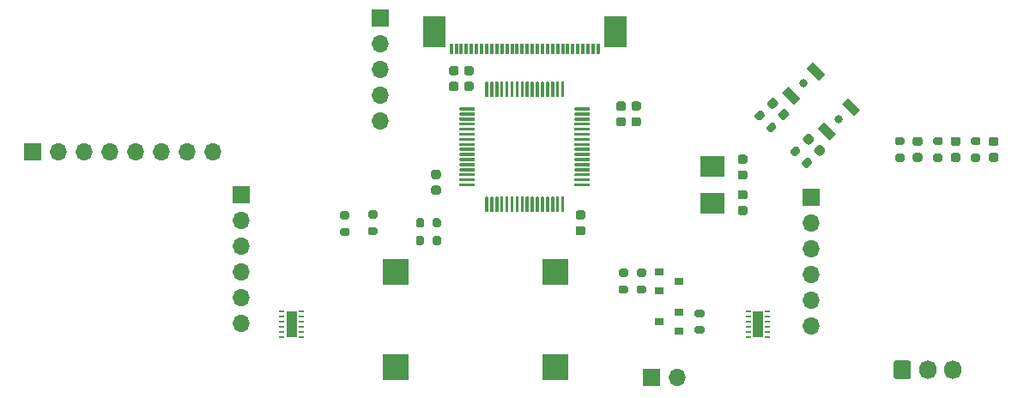
<source format=gbr>
%TF.GenerationSoftware,KiCad,Pcbnew,(5.1.7)-1*%
%TF.CreationDate,2021-05-03T22:06:55+02:00*%
%TF.ProjectId,Kaszmir,4b61737a-6d69-4722-9e6b-696361645f70,rev?*%
%TF.SameCoordinates,Original*%
%TF.FileFunction,Soldermask,Top*%
%TF.FilePolarity,Negative*%
%FSLAX46Y46*%
G04 Gerber Fmt 4.6, Leading zero omitted, Abs format (unit mm)*
G04 Created by KiCad (PCBNEW (5.1.7)-1) date 2021-05-03 22:06:55*
%MOMM*%
%LPD*%
G01*
G04 APERTURE LIST*
%ADD10O,1.700000X1.850000*%
%ADD11R,1.000000X2.650000*%
%ADD12R,0.500000X0.250000*%
%ADD13O,1.700000X1.700000*%
%ADD14R,1.700000X1.700000*%
%ADD15R,2.400000X2.000000*%
%ADD16C,0.800000*%
%ADD17C,0.150000*%
%ADD18R,0.900000X0.800000*%
%ADD19R,2.300000X3.100000*%
%ADD20R,0.300000X1.100000*%
%ADD21R,2.540000X2.540000*%
G04 APERTURE END LIST*
D10*
%TO.C,SW1*%
X138250000Y-161500000D03*
X135750000Y-161500000D03*
G36*
G01*
X132400000Y-162175000D02*
X132400000Y-160825000D01*
G75*
G02*
X132650000Y-160575000I250000J0D01*
G01*
X133850000Y-160575000D01*
G75*
G02*
X134100000Y-160825000I0J-250000D01*
G01*
X134100000Y-162175000D01*
G75*
G02*
X133850000Y-162425000I-250000J0D01*
G01*
X132650000Y-162425000D01*
G75*
G02*
X132400000Y-162175000I0J250000D01*
G01*
G37*
%TD*%
%TO.C,C12*%
G36*
G01*
X106750000Y-136575000D02*
X107250000Y-136575000D01*
G75*
G02*
X107475000Y-136800000I0J-225000D01*
G01*
X107475000Y-137250000D01*
G75*
G02*
X107250000Y-137475000I-225000J0D01*
G01*
X106750000Y-137475000D01*
G75*
G02*
X106525000Y-137250000I0J225000D01*
G01*
X106525000Y-136800000D01*
G75*
G02*
X106750000Y-136575000I225000J0D01*
G01*
G37*
G36*
G01*
X106750000Y-135025000D02*
X107250000Y-135025000D01*
G75*
G02*
X107475000Y-135250000I0J-225000D01*
G01*
X107475000Y-135700000D01*
G75*
G02*
X107250000Y-135925000I-225000J0D01*
G01*
X106750000Y-135925000D01*
G75*
G02*
X106525000Y-135700000I0J225000D01*
G01*
X106525000Y-135250000D01*
G75*
G02*
X106750000Y-135025000I225000J0D01*
G01*
G37*
%TD*%
%TO.C,C11*%
G36*
G01*
X105250000Y-136575000D02*
X105750000Y-136575000D01*
G75*
G02*
X105975000Y-136800000I0J-225000D01*
G01*
X105975000Y-137250000D01*
G75*
G02*
X105750000Y-137475000I-225000J0D01*
G01*
X105250000Y-137475000D01*
G75*
G02*
X105025000Y-137250000I0J225000D01*
G01*
X105025000Y-136800000D01*
G75*
G02*
X105250000Y-136575000I225000J0D01*
G01*
G37*
G36*
G01*
X105250000Y-135025000D02*
X105750000Y-135025000D01*
G75*
G02*
X105975000Y-135250000I0J-225000D01*
G01*
X105975000Y-135700000D01*
G75*
G02*
X105750000Y-135925000I-225000J0D01*
G01*
X105250000Y-135925000D01*
G75*
G02*
X105025000Y-135700000I0J225000D01*
G01*
X105025000Y-135250000D01*
G75*
G02*
X105250000Y-135025000I225000J0D01*
G01*
G37*
%TD*%
%TO.C,C9*%
G36*
G01*
X101250000Y-147325000D02*
X101750000Y-147325000D01*
G75*
G02*
X101975000Y-147550000I0J-225000D01*
G01*
X101975000Y-148000000D01*
G75*
G02*
X101750000Y-148225000I-225000J0D01*
G01*
X101250000Y-148225000D01*
G75*
G02*
X101025000Y-148000000I0J225000D01*
G01*
X101025000Y-147550000D01*
G75*
G02*
X101250000Y-147325000I225000J0D01*
G01*
G37*
G36*
G01*
X101250000Y-145775000D02*
X101750000Y-145775000D01*
G75*
G02*
X101975000Y-146000000I0J-225000D01*
G01*
X101975000Y-146450000D01*
G75*
G02*
X101750000Y-146675000I-225000J0D01*
G01*
X101250000Y-146675000D01*
G75*
G02*
X101025000Y-146450000I0J225000D01*
G01*
X101025000Y-146000000D01*
G75*
G02*
X101250000Y-145775000I225000J0D01*
G01*
G37*
%TD*%
%TO.C,C8*%
G36*
G01*
X90750000Y-132425000D02*
X90250000Y-132425000D01*
G75*
G02*
X90025000Y-132200000I0J225000D01*
G01*
X90025000Y-131750000D01*
G75*
G02*
X90250000Y-131525000I225000J0D01*
G01*
X90750000Y-131525000D01*
G75*
G02*
X90975000Y-131750000I0J-225000D01*
G01*
X90975000Y-132200000D01*
G75*
G02*
X90750000Y-132425000I-225000J0D01*
G01*
G37*
G36*
G01*
X90750000Y-133975000D02*
X90250000Y-133975000D01*
G75*
G02*
X90025000Y-133750000I0J225000D01*
G01*
X90025000Y-133300000D01*
G75*
G02*
X90250000Y-133075000I225000J0D01*
G01*
X90750000Y-133075000D01*
G75*
G02*
X90975000Y-133300000I0J-225000D01*
G01*
X90975000Y-133750000D01*
G75*
G02*
X90750000Y-133975000I-225000J0D01*
G01*
G37*
%TD*%
%TO.C,C7*%
G36*
G01*
X87500000Y-142675000D02*
X87000000Y-142675000D01*
G75*
G02*
X86775000Y-142450000I0J225000D01*
G01*
X86775000Y-142000000D01*
G75*
G02*
X87000000Y-141775000I225000J0D01*
G01*
X87500000Y-141775000D01*
G75*
G02*
X87725000Y-142000000I0J-225000D01*
G01*
X87725000Y-142450000D01*
G75*
G02*
X87500000Y-142675000I-225000J0D01*
G01*
G37*
G36*
G01*
X87500000Y-144225000D02*
X87000000Y-144225000D01*
G75*
G02*
X86775000Y-144000000I0J225000D01*
G01*
X86775000Y-143550000D01*
G75*
G02*
X87000000Y-143325000I225000J0D01*
G01*
X87500000Y-143325000D01*
G75*
G02*
X87725000Y-143550000I0J-225000D01*
G01*
X87725000Y-144000000D01*
G75*
G02*
X87500000Y-144225000I-225000J0D01*
G01*
G37*
%TD*%
%TO.C,C13*%
G36*
G01*
X89250000Y-132425000D02*
X88750000Y-132425000D01*
G75*
G02*
X88525000Y-132200000I0J225000D01*
G01*
X88525000Y-131750000D01*
G75*
G02*
X88750000Y-131525000I225000J0D01*
G01*
X89250000Y-131525000D01*
G75*
G02*
X89475000Y-131750000I0J-225000D01*
G01*
X89475000Y-132200000D01*
G75*
G02*
X89250000Y-132425000I-225000J0D01*
G01*
G37*
G36*
G01*
X89250000Y-133975000D02*
X88750000Y-133975000D01*
G75*
G02*
X88525000Y-133750000I0J225000D01*
G01*
X88525000Y-133300000D01*
G75*
G02*
X88750000Y-133075000I225000J0D01*
G01*
X89250000Y-133075000D01*
G75*
G02*
X89475000Y-133300000I0J-225000D01*
G01*
X89475000Y-133750000D01*
G75*
G02*
X89250000Y-133975000I-225000J0D01*
G01*
G37*
%TD*%
D11*
%TO.C,U1*%
X119000000Y-157000000D03*
D12*
X118050000Y-158250000D03*
X118050000Y-157750000D03*
X118050000Y-157250000D03*
X118050000Y-156750000D03*
X118050000Y-156250000D03*
X118050000Y-155750000D03*
X119950000Y-155750000D03*
X119950000Y-156250000D03*
X119950000Y-156750000D03*
X119950000Y-157250000D03*
X119950000Y-157750000D03*
X119950000Y-158250000D03*
%TD*%
D11*
%TO.C,U3*%
X73000000Y-157000000D03*
D12*
X73950000Y-155750000D03*
X73950000Y-156250000D03*
X73950000Y-156750000D03*
X73950000Y-157250000D03*
X73950000Y-157750000D03*
X73950000Y-158250000D03*
X72050000Y-158250000D03*
X72050000Y-157750000D03*
X72050000Y-157250000D03*
X72050000Y-156750000D03*
X72050000Y-156250000D03*
X72050000Y-155750000D03*
%TD*%
%TO.C,R13*%
G36*
G01*
X107775000Y-152325000D02*
X107225000Y-152325000D01*
G75*
G02*
X107025000Y-152125000I0J200000D01*
G01*
X107025000Y-151725000D01*
G75*
G02*
X107225000Y-151525000I200000J0D01*
G01*
X107775000Y-151525000D01*
G75*
G02*
X107975000Y-151725000I0J-200000D01*
G01*
X107975000Y-152125000D01*
G75*
G02*
X107775000Y-152325000I-200000J0D01*
G01*
G37*
G36*
G01*
X107775000Y-153975000D02*
X107225000Y-153975000D01*
G75*
G02*
X107025000Y-153775000I0J200000D01*
G01*
X107025000Y-153375000D01*
G75*
G02*
X107225000Y-153175000I200000J0D01*
G01*
X107775000Y-153175000D01*
G75*
G02*
X107975000Y-153375000I0J-200000D01*
G01*
X107975000Y-153775000D01*
G75*
G02*
X107775000Y-153975000I-200000J0D01*
G01*
G37*
%TD*%
D13*
%TO.C,STLINK*%
X81750000Y-136910000D03*
X81750000Y-134370000D03*
X81750000Y-131830000D03*
X81750000Y-129290000D03*
D14*
X81750000Y-126750000D03*
%TD*%
D15*
%TO.C,Y1*%
X114500000Y-145100000D03*
X114500000Y-141400000D03*
%TD*%
%TO.C,U2*%
G36*
G01*
X99900000Y-144475000D02*
X99900000Y-145875000D01*
G75*
G02*
X99825000Y-145950000I-75000J0D01*
G01*
X99675000Y-145950000D01*
G75*
G02*
X99600000Y-145875000I0J75000D01*
G01*
X99600000Y-144475000D01*
G75*
G02*
X99675000Y-144400000I75000J0D01*
G01*
X99825000Y-144400000D01*
G75*
G02*
X99900000Y-144475000I0J-75000D01*
G01*
G37*
G36*
G01*
X99400000Y-144475000D02*
X99400000Y-145875000D01*
G75*
G02*
X99325000Y-145950000I-75000J0D01*
G01*
X99175000Y-145950000D01*
G75*
G02*
X99100000Y-145875000I0J75000D01*
G01*
X99100000Y-144475000D01*
G75*
G02*
X99175000Y-144400000I75000J0D01*
G01*
X99325000Y-144400000D01*
G75*
G02*
X99400000Y-144475000I0J-75000D01*
G01*
G37*
G36*
G01*
X98900000Y-144475000D02*
X98900000Y-145875000D01*
G75*
G02*
X98825000Y-145950000I-75000J0D01*
G01*
X98675000Y-145950000D01*
G75*
G02*
X98600000Y-145875000I0J75000D01*
G01*
X98600000Y-144475000D01*
G75*
G02*
X98675000Y-144400000I75000J0D01*
G01*
X98825000Y-144400000D01*
G75*
G02*
X98900000Y-144475000I0J-75000D01*
G01*
G37*
G36*
G01*
X98400000Y-144475000D02*
X98400000Y-145875000D01*
G75*
G02*
X98325000Y-145950000I-75000J0D01*
G01*
X98175000Y-145950000D01*
G75*
G02*
X98100000Y-145875000I0J75000D01*
G01*
X98100000Y-144475000D01*
G75*
G02*
X98175000Y-144400000I75000J0D01*
G01*
X98325000Y-144400000D01*
G75*
G02*
X98400000Y-144475000I0J-75000D01*
G01*
G37*
G36*
G01*
X97900000Y-144475000D02*
X97900000Y-145875000D01*
G75*
G02*
X97825000Y-145950000I-75000J0D01*
G01*
X97675000Y-145950000D01*
G75*
G02*
X97600000Y-145875000I0J75000D01*
G01*
X97600000Y-144475000D01*
G75*
G02*
X97675000Y-144400000I75000J0D01*
G01*
X97825000Y-144400000D01*
G75*
G02*
X97900000Y-144475000I0J-75000D01*
G01*
G37*
G36*
G01*
X97400000Y-144475000D02*
X97400000Y-145875000D01*
G75*
G02*
X97325000Y-145950000I-75000J0D01*
G01*
X97175000Y-145950000D01*
G75*
G02*
X97100000Y-145875000I0J75000D01*
G01*
X97100000Y-144475000D01*
G75*
G02*
X97175000Y-144400000I75000J0D01*
G01*
X97325000Y-144400000D01*
G75*
G02*
X97400000Y-144475000I0J-75000D01*
G01*
G37*
G36*
G01*
X96900000Y-144475000D02*
X96900000Y-145875000D01*
G75*
G02*
X96825000Y-145950000I-75000J0D01*
G01*
X96675000Y-145950000D01*
G75*
G02*
X96600000Y-145875000I0J75000D01*
G01*
X96600000Y-144475000D01*
G75*
G02*
X96675000Y-144400000I75000J0D01*
G01*
X96825000Y-144400000D01*
G75*
G02*
X96900000Y-144475000I0J-75000D01*
G01*
G37*
G36*
G01*
X96400000Y-144475000D02*
X96400000Y-145875000D01*
G75*
G02*
X96325000Y-145950000I-75000J0D01*
G01*
X96175000Y-145950000D01*
G75*
G02*
X96100000Y-145875000I0J75000D01*
G01*
X96100000Y-144475000D01*
G75*
G02*
X96175000Y-144400000I75000J0D01*
G01*
X96325000Y-144400000D01*
G75*
G02*
X96400000Y-144475000I0J-75000D01*
G01*
G37*
G36*
G01*
X95900000Y-144475000D02*
X95900000Y-145875000D01*
G75*
G02*
X95825000Y-145950000I-75000J0D01*
G01*
X95675000Y-145950000D01*
G75*
G02*
X95600000Y-145875000I0J75000D01*
G01*
X95600000Y-144475000D01*
G75*
G02*
X95675000Y-144400000I75000J0D01*
G01*
X95825000Y-144400000D01*
G75*
G02*
X95900000Y-144475000I0J-75000D01*
G01*
G37*
G36*
G01*
X95400000Y-144475000D02*
X95400000Y-145875000D01*
G75*
G02*
X95325000Y-145950000I-75000J0D01*
G01*
X95175000Y-145950000D01*
G75*
G02*
X95100000Y-145875000I0J75000D01*
G01*
X95100000Y-144475000D01*
G75*
G02*
X95175000Y-144400000I75000J0D01*
G01*
X95325000Y-144400000D01*
G75*
G02*
X95400000Y-144475000I0J-75000D01*
G01*
G37*
G36*
G01*
X94900000Y-144475000D02*
X94900000Y-145875000D01*
G75*
G02*
X94825000Y-145950000I-75000J0D01*
G01*
X94675000Y-145950000D01*
G75*
G02*
X94600000Y-145875000I0J75000D01*
G01*
X94600000Y-144475000D01*
G75*
G02*
X94675000Y-144400000I75000J0D01*
G01*
X94825000Y-144400000D01*
G75*
G02*
X94900000Y-144475000I0J-75000D01*
G01*
G37*
G36*
G01*
X94400000Y-144475000D02*
X94400000Y-145875000D01*
G75*
G02*
X94325000Y-145950000I-75000J0D01*
G01*
X94175000Y-145950000D01*
G75*
G02*
X94100000Y-145875000I0J75000D01*
G01*
X94100000Y-144475000D01*
G75*
G02*
X94175000Y-144400000I75000J0D01*
G01*
X94325000Y-144400000D01*
G75*
G02*
X94400000Y-144475000I0J-75000D01*
G01*
G37*
G36*
G01*
X93900000Y-144475000D02*
X93900000Y-145875000D01*
G75*
G02*
X93825000Y-145950000I-75000J0D01*
G01*
X93675000Y-145950000D01*
G75*
G02*
X93600000Y-145875000I0J75000D01*
G01*
X93600000Y-144475000D01*
G75*
G02*
X93675000Y-144400000I75000J0D01*
G01*
X93825000Y-144400000D01*
G75*
G02*
X93900000Y-144475000I0J-75000D01*
G01*
G37*
G36*
G01*
X93400000Y-144475000D02*
X93400000Y-145875000D01*
G75*
G02*
X93325000Y-145950000I-75000J0D01*
G01*
X93175000Y-145950000D01*
G75*
G02*
X93100000Y-145875000I0J75000D01*
G01*
X93100000Y-144475000D01*
G75*
G02*
X93175000Y-144400000I75000J0D01*
G01*
X93325000Y-144400000D01*
G75*
G02*
X93400000Y-144475000I0J-75000D01*
G01*
G37*
G36*
G01*
X92900000Y-144475000D02*
X92900000Y-145875000D01*
G75*
G02*
X92825000Y-145950000I-75000J0D01*
G01*
X92675000Y-145950000D01*
G75*
G02*
X92600000Y-145875000I0J75000D01*
G01*
X92600000Y-144475000D01*
G75*
G02*
X92675000Y-144400000I75000J0D01*
G01*
X92825000Y-144400000D01*
G75*
G02*
X92900000Y-144475000I0J-75000D01*
G01*
G37*
G36*
G01*
X92400000Y-144475000D02*
X92400000Y-145875000D01*
G75*
G02*
X92325000Y-145950000I-75000J0D01*
G01*
X92175000Y-145950000D01*
G75*
G02*
X92100000Y-145875000I0J75000D01*
G01*
X92100000Y-144475000D01*
G75*
G02*
X92175000Y-144400000I75000J0D01*
G01*
X92325000Y-144400000D01*
G75*
G02*
X92400000Y-144475000I0J-75000D01*
G01*
G37*
G36*
G01*
X91100000Y-143175000D02*
X91100000Y-143325000D01*
G75*
G02*
X91025000Y-143400000I-75000J0D01*
G01*
X89625000Y-143400000D01*
G75*
G02*
X89550000Y-143325000I0J75000D01*
G01*
X89550000Y-143175000D01*
G75*
G02*
X89625000Y-143100000I75000J0D01*
G01*
X91025000Y-143100000D01*
G75*
G02*
X91100000Y-143175000I0J-75000D01*
G01*
G37*
G36*
G01*
X91100000Y-142675000D02*
X91100000Y-142825000D01*
G75*
G02*
X91025000Y-142900000I-75000J0D01*
G01*
X89625000Y-142900000D01*
G75*
G02*
X89550000Y-142825000I0J75000D01*
G01*
X89550000Y-142675000D01*
G75*
G02*
X89625000Y-142600000I75000J0D01*
G01*
X91025000Y-142600000D01*
G75*
G02*
X91100000Y-142675000I0J-75000D01*
G01*
G37*
G36*
G01*
X91100000Y-142175000D02*
X91100000Y-142325000D01*
G75*
G02*
X91025000Y-142400000I-75000J0D01*
G01*
X89625000Y-142400000D01*
G75*
G02*
X89550000Y-142325000I0J75000D01*
G01*
X89550000Y-142175000D01*
G75*
G02*
X89625000Y-142100000I75000J0D01*
G01*
X91025000Y-142100000D01*
G75*
G02*
X91100000Y-142175000I0J-75000D01*
G01*
G37*
G36*
G01*
X91100000Y-141675000D02*
X91100000Y-141825000D01*
G75*
G02*
X91025000Y-141900000I-75000J0D01*
G01*
X89625000Y-141900000D01*
G75*
G02*
X89550000Y-141825000I0J75000D01*
G01*
X89550000Y-141675000D01*
G75*
G02*
X89625000Y-141600000I75000J0D01*
G01*
X91025000Y-141600000D01*
G75*
G02*
X91100000Y-141675000I0J-75000D01*
G01*
G37*
G36*
G01*
X91100000Y-141175000D02*
X91100000Y-141325000D01*
G75*
G02*
X91025000Y-141400000I-75000J0D01*
G01*
X89625000Y-141400000D01*
G75*
G02*
X89550000Y-141325000I0J75000D01*
G01*
X89550000Y-141175000D01*
G75*
G02*
X89625000Y-141100000I75000J0D01*
G01*
X91025000Y-141100000D01*
G75*
G02*
X91100000Y-141175000I0J-75000D01*
G01*
G37*
G36*
G01*
X91100000Y-140675000D02*
X91100000Y-140825000D01*
G75*
G02*
X91025000Y-140900000I-75000J0D01*
G01*
X89625000Y-140900000D01*
G75*
G02*
X89550000Y-140825000I0J75000D01*
G01*
X89550000Y-140675000D01*
G75*
G02*
X89625000Y-140600000I75000J0D01*
G01*
X91025000Y-140600000D01*
G75*
G02*
X91100000Y-140675000I0J-75000D01*
G01*
G37*
G36*
G01*
X91100000Y-140175000D02*
X91100000Y-140325000D01*
G75*
G02*
X91025000Y-140400000I-75000J0D01*
G01*
X89625000Y-140400000D01*
G75*
G02*
X89550000Y-140325000I0J75000D01*
G01*
X89550000Y-140175000D01*
G75*
G02*
X89625000Y-140100000I75000J0D01*
G01*
X91025000Y-140100000D01*
G75*
G02*
X91100000Y-140175000I0J-75000D01*
G01*
G37*
G36*
G01*
X91100000Y-139675000D02*
X91100000Y-139825000D01*
G75*
G02*
X91025000Y-139900000I-75000J0D01*
G01*
X89625000Y-139900000D01*
G75*
G02*
X89550000Y-139825000I0J75000D01*
G01*
X89550000Y-139675000D01*
G75*
G02*
X89625000Y-139600000I75000J0D01*
G01*
X91025000Y-139600000D01*
G75*
G02*
X91100000Y-139675000I0J-75000D01*
G01*
G37*
G36*
G01*
X91100000Y-139175000D02*
X91100000Y-139325000D01*
G75*
G02*
X91025000Y-139400000I-75000J0D01*
G01*
X89625000Y-139400000D01*
G75*
G02*
X89550000Y-139325000I0J75000D01*
G01*
X89550000Y-139175000D01*
G75*
G02*
X89625000Y-139100000I75000J0D01*
G01*
X91025000Y-139100000D01*
G75*
G02*
X91100000Y-139175000I0J-75000D01*
G01*
G37*
G36*
G01*
X91100000Y-138675000D02*
X91100000Y-138825000D01*
G75*
G02*
X91025000Y-138900000I-75000J0D01*
G01*
X89625000Y-138900000D01*
G75*
G02*
X89550000Y-138825000I0J75000D01*
G01*
X89550000Y-138675000D01*
G75*
G02*
X89625000Y-138600000I75000J0D01*
G01*
X91025000Y-138600000D01*
G75*
G02*
X91100000Y-138675000I0J-75000D01*
G01*
G37*
G36*
G01*
X91100000Y-138175000D02*
X91100000Y-138325000D01*
G75*
G02*
X91025000Y-138400000I-75000J0D01*
G01*
X89625000Y-138400000D01*
G75*
G02*
X89550000Y-138325000I0J75000D01*
G01*
X89550000Y-138175000D01*
G75*
G02*
X89625000Y-138100000I75000J0D01*
G01*
X91025000Y-138100000D01*
G75*
G02*
X91100000Y-138175000I0J-75000D01*
G01*
G37*
G36*
G01*
X91100000Y-137675000D02*
X91100000Y-137825000D01*
G75*
G02*
X91025000Y-137900000I-75000J0D01*
G01*
X89625000Y-137900000D01*
G75*
G02*
X89550000Y-137825000I0J75000D01*
G01*
X89550000Y-137675000D01*
G75*
G02*
X89625000Y-137600000I75000J0D01*
G01*
X91025000Y-137600000D01*
G75*
G02*
X91100000Y-137675000I0J-75000D01*
G01*
G37*
G36*
G01*
X91100000Y-137175000D02*
X91100000Y-137325000D01*
G75*
G02*
X91025000Y-137400000I-75000J0D01*
G01*
X89625000Y-137400000D01*
G75*
G02*
X89550000Y-137325000I0J75000D01*
G01*
X89550000Y-137175000D01*
G75*
G02*
X89625000Y-137100000I75000J0D01*
G01*
X91025000Y-137100000D01*
G75*
G02*
X91100000Y-137175000I0J-75000D01*
G01*
G37*
G36*
G01*
X91100000Y-136675000D02*
X91100000Y-136825000D01*
G75*
G02*
X91025000Y-136900000I-75000J0D01*
G01*
X89625000Y-136900000D01*
G75*
G02*
X89550000Y-136825000I0J75000D01*
G01*
X89550000Y-136675000D01*
G75*
G02*
X89625000Y-136600000I75000J0D01*
G01*
X91025000Y-136600000D01*
G75*
G02*
X91100000Y-136675000I0J-75000D01*
G01*
G37*
G36*
G01*
X91100000Y-136175000D02*
X91100000Y-136325000D01*
G75*
G02*
X91025000Y-136400000I-75000J0D01*
G01*
X89625000Y-136400000D01*
G75*
G02*
X89550000Y-136325000I0J75000D01*
G01*
X89550000Y-136175000D01*
G75*
G02*
X89625000Y-136100000I75000J0D01*
G01*
X91025000Y-136100000D01*
G75*
G02*
X91100000Y-136175000I0J-75000D01*
G01*
G37*
G36*
G01*
X91100000Y-135675000D02*
X91100000Y-135825000D01*
G75*
G02*
X91025000Y-135900000I-75000J0D01*
G01*
X89625000Y-135900000D01*
G75*
G02*
X89550000Y-135825000I0J75000D01*
G01*
X89550000Y-135675000D01*
G75*
G02*
X89625000Y-135600000I75000J0D01*
G01*
X91025000Y-135600000D01*
G75*
G02*
X91100000Y-135675000I0J-75000D01*
G01*
G37*
G36*
G01*
X92400000Y-133125000D02*
X92400000Y-134525000D01*
G75*
G02*
X92325000Y-134600000I-75000J0D01*
G01*
X92175000Y-134600000D01*
G75*
G02*
X92100000Y-134525000I0J75000D01*
G01*
X92100000Y-133125000D01*
G75*
G02*
X92175000Y-133050000I75000J0D01*
G01*
X92325000Y-133050000D01*
G75*
G02*
X92400000Y-133125000I0J-75000D01*
G01*
G37*
G36*
G01*
X92900000Y-133125000D02*
X92900000Y-134525000D01*
G75*
G02*
X92825000Y-134600000I-75000J0D01*
G01*
X92675000Y-134600000D01*
G75*
G02*
X92600000Y-134525000I0J75000D01*
G01*
X92600000Y-133125000D01*
G75*
G02*
X92675000Y-133050000I75000J0D01*
G01*
X92825000Y-133050000D01*
G75*
G02*
X92900000Y-133125000I0J-75000D01*
G01*
G37*
G36*
G01*
X93400000Y-133125000D02*
X93400000Y-134525000D01*
G75*
G02*
X93325000Y-134600000I-75000J0D01*
G01*
X93175000Y-134600000D01*
G75*
G02*
X93100000Y-134525000I0J75000D01*
G01*
X93100000Y-133125000D01*
G75*
G02*
X93175000Y-133050000I75000J0D01*
G01*
X93325000Y-133050000D01*
G75*
G02*
X93400000Y-133125000I0J-75000D01*
G01*
G37*
G36*
G01*
X93900000Y-133125000D02*
X93900000Y-134525000D01*
G75*
G02*
X93825000Y-134600000I-75000J0D01*
G01*
X93675000Y-134600000D01*
G75*
G02*
X93600000Y-134525000I0J75000D01*
G01*
X93600000Y-133125000D01*
G75*
G02*
X93675000Y-133050000I75000J0D01*
G01*
X93825000Y-133050000D01*
G75*
G02*
X93900000Y-133125000I0J-75000D01*
G01*
G37*
G36*
G01*
X94400000Y-133125000D02*
X94400000Y-134525000D01*
G75*
G02*
X94325000Y-134600000I-75000J0D01*
G01*
X94175000Y-134600000D01*
G75*
G02*
X94100000Y-134525000I0J75000D01*
G01*
X94100000Y-133125000D01*
G75*
G02*
X94175000Y-133050000I75000J0D01*
G01*
X94325000Y-133050000D01*
G75*
G02*
X94400000Y-133125000I0J-75000D01*
G01*
G37*
G36*
G01*
X94900000Y-133125000D02*
X94900000Y-134525000D01*
G75*
G02*
X94825000Y-134600000I-75000J0D01*
G01*
X94675000Y-134600000D01*
G75*
G02*
X94600000Y-134525000I0J75000D01*
G01*
X94600000Y-133125000D01*
G75*
G02*
X94675000Y-133050000I75000J0D01*
G01*
X94825000Y-133050000D01*
G75*
G02*
X94900000Y-133125000I0J-75000D01*
G01*
G37*
G36*
G01*
X95400000Y-133125000D02*
X95400000Y-134525000D01*
G75*
G02*
X95325000Y-134600000I-75000J0D01*
G01*
X95175000Y-134600000D01*
G75*
G02*
X95100000Y-134525000I0J75000D01*
G01*
X95100000Y-133125000D01*
G75*
G02*
X95175000Y-133050000I75000J0D01*
G01*
X95325000Y-133050000D01*
G75*
G02*
X95400000Y-133125000I0J-75000D01*
G01*
G37*
G36*
G01*
X95900000Y-133125000D02*
X95900000Y-134525000D01*
G75*
G02*
X95825000Y-134600000I-75000J0D01*
G01*
X95675000Y-134600000D01*
G75*
G02*
X95600000Y-134525000I0J75000D01*
G01*
X95600000Y-133125000D01*
G75*
G02*
X95675000Y-133050000I75000J0D01*
G01*
X95825000Y-133050000D01*
G75*
G02*
X95900000Y-133125000I0J-75000D01*
G01*
G37*
G36*
G01*
X96400000Y-133125000D02*
X96400000Y-134525000D01*
G75*
G02*
X96325000Y-134600000I-75000J0D01*
G01*
X96175000Y-134600000D01*
G75*
G02*
X96100000Y-134525000I0J75000D01*
G01*
X96100000Y-133125000D01*
G75*
G02*
X96175000Y-133050000I75000J0D01*
G01*
X96325000Y-133050000D01*
G75*
G02*
X96400000Y-133125000I0J-75000D01*
G01*
G37*
G36*
G01*
X96900000Y-133125000D02*
X96900000Y-134525000D01*
G75*
G02*
X96825000Y-134600000I-75000J0D01*
G01*
X96675000Y-134600000D01*
G75*
G02*
X96600000Y-134525000I0J75000D01*
G01*
X96600000Y-133125000D01*
G75*
G02*
X96675000Y-133050000I75000J0D01*
G01*
X96825000Y-133050000D01*
G75*
G02*
X96900000Y-133125000I0J-75000D01*
G01*
G37*
G36*
G01*
X97400000Y-133125000D02*
X97400000Y-134525000D01*
G75*
G02*
X97325000Y-134600000I-75000J0D01*
G01*
X97175000Y-134600000D01*
G75*
G02*
X97100000Y-134525000I0J75000D01*
G01*
X97100000Y-133125000D01*
G75*
G02*
X97175000Y-133050000I75000J0D01*
G01*
X97325000Y-133050000D01*
G75*
G02*
X97400000Y-133125000I0J-75000D01*
G01*
G37*
G36*
G01*
X97900000Y-133125000D02*
X97900000Y-134525000D01*
G75*
G02*
X97825000Y-134600000I-75000J0D01*
G01*
X97675000Y-134600000D01*
G75*
G02*
X97600000Y-134525000I0J75000D01*
G01*
X97600000Y-133125000D01*
G75*
G02*
X97675000Y-133050000I75000J0D01*
G01*
X97825000Y-133050000D01*
G75*
G02*
X97900000Y-133125000I0J-75000D01*
G01*
G37*
G36*
G01*
X98400000Y-133125000D02*
X98400000Y-134525000D01*
G75*
G02*
X98325000Y-134600000I-75000J0D01*
G01*
X98175000Y-134600000D01*
G75*
G02*
X98100000Y-134525000I0J75000D01*
G01*
X98100000Y-133125000D01*
G75*
G02*
X98175000Y-133050000I75000J0D01*
G01*
X98325000Y-133050000D01*
G75*
G02*
X98400000Y-133125000I0J-75000D01*
G01*
G37*
G36*
G01*
X98900000Y-133125000D02*
X98900000Y-134525000D01*
G75*
G02*
X98825000Y-134600000I-75000J0D01*
G01*
X98675000Y-134600000D01*
G75*
G02*
X98600000Y-134525000I0J75000D01*
G01*
X98600000Y-133125000D01*
G75*
G02*
X98675000Y-133050000I75000J0D01*
G01*
X98825000Y-133050000D01*
G75*
G02*
X98900000Y-133125000I0J-75000D01*
G01*
G37*
G36*
G01*
X99400000Y-133125000D02*
X99400000Y-134525000D01*
G75*
G02*
X99325000Y-134600000I-75000J0D01*
G01*
X99175000Y-134600000D01*
G75*
G02*
X99100000Y-134525000I0J75000D01*
G01*
X99100000Y-133125000D01*
G75*
G02*
X99175000Y-133050000I75000J0D01*
G01*
X99325000Y-133050000D01*
G75*
G02*
X99400000Y-133125000I0J-75000D01*
G01*
G37*
G36*
G01*
X99900000Y-133125000D02*
X99900000Y-134525000D01*
G75*
G02*
X99825000Y-134600000I-75000J0D01*
G01*
X99675000Y-134600000D01*
G75*
G02*
X99600000Y-134525000I0J75000D01*
G01*
X99600000Y-133125000D01*
G75*
G02*
X99675000Y-133050000I75000J0D01*
G01*
X99825000Y-133050000D01*
G75*
G02*
X99900000Y-133125000I0J-75000D01*
G01*
G37*
G36*
G01*
X102450000Y-135675000D02*
X102450000Y-135825000D01*
G75*
G02*
X102375000Y-135900000I-75000J0D01*
G01*
X100975000Y-135900000D01*
G75*
G02*
X100900000Y-135825000I0J75000D01*
G01*
X100900000Y-135675000D01*
G75*
G02*
X100975000Y-135600000I75000J0D01*
G01*
X102375000Y-135600000D01*
G75*
G02*
X102450000Y-135675000I0J-75000D01*
G01*
G37*
G36*
G01*
X102450000Y-136175000D02*
X102450000Y-136325000D01*
G75*
G02*
X102375000Y-136400000I-75000J0D01*
G01*
X100975000Y-136400000D01*
G75*
G02*
X100900000Y-136325000I0J75000D01*
G01*
X100900000Y-136175000D01*
G75*
G02*
X100975000Y-136100000I75000J0D01*
G01*
X102375000Y-136100000D01*
G75*
G02*
X102450000Y-136175000I0J-75000D01*
G01*
G37*
G36*
G01*
X102450000Y-136675000D02*
X102450000Y-136825000D01*
G75*
G02*
X102375000Y-136900000I-75000J0D01*
G01*
X100975000Y-136900000D01*
G75*
G02*
X100900000Y-136825000I0J75000D01*
G01*
X100900000Y-136675000D01*
G75*
G02*
X100975000Y-136600000I75000J0D01*
G01*
X102375000Y-136600000D01*
G75*
G02*
X102450000Y-136675000I0J-75000D01*
G01*
G37*
G36*
G01*
X102450000Y-137175000D02*
X102450000Y-137325000D01*
G75*
G02*
X102375000Y-137400000I-75000J0D01*
G01*
X100975000Y-137400000D01*
G75*
G02*
X100900000Y-137325000I0J75000D01*
G01*
X100900000Y-137175000D01*
G75*
G02*
X100975000Y-137100000I75000J0D01*
G01*
X102375000Y-137100000D01*
G75*
G02*
X102450000Y-137175000I0J-75000D01*
G01*
G37*
G36*
G01*
X102450000Y-137675000D02*
X102450000Y-137825000D01*
G75*
G02*
X102375000Y-137900000I-75000J0D01*
G01*
X100975000Y-137900000D01*
G75*
G02*
X100900000Y-137825000I0J75000D01*
G01*
X100900000Y-137675000D01*
G75*
G02*
X100975000Y-137600000I75000J0D01*
G01*
X102375000Y-137600000D01*
G75*
G02*
X102450000Y-137675000I0J-75000D01*
G01*
G37*
G36*
G01*
X102450000Y-138175000D02*
X102450000Y-138325000D01*
G75*
G02*
X102375000Y-138400000I-75000J0D01*
G01*
X100975000Y-138400000D01*
G75*
G02*
X100900000Y-138325000I0J75000D01*
G01*
X100900000Y-138175000D01*
G75*
G02*
X100975000Y-138100000I75000J0D01*
G01*
X102375000Y-138100000D01*
G75*
G02*
X102450000Y-138175000I0J-75000D01*
G01*
G37*
G36*
G01*
X102450000Y-138675000D02*
X102450000Y-138825000D01*
G75*
G02*
X102375000Y-138900000I-75000J0D01*
G01*
X100975000Y-138900000D01*
G75*
G02*
X100900000Y-138825000I0J75000D01*
G01*
X100900000Y-138675000D01*
G75*
G02*
X100975000Y-138600000I75000J0D01*
G01*
X102375000Y-138600000D01*
G75*
G02*
X102450000Y-138675000I0J-75000D01*
G01*
G37*
G36*
G01*
X102450000Y-139175000D02*
X102450000Y-139325000D01*
G75*
G02*
X102375000Y-139400000I-75000J0D01*
G01*
X100975000Y-139400000D01*
G75*
G02*
X100900000Y-139325000I0J75000D01*
G01*
X100900000Y-139175000D01*
G75*
G02*
X100975000Y-139100000I75000J0D01*
G01*
X102375000Y-139100000D01*
G75*
G02*
X102450000Y-139175000I0J-75000D01*
G01*
G37*
G36*
G01*
X102450000Y-139675000D02*
X102450000Y-139825000D01*
G75*
G02*
X102375000Y-139900000I-75000J0D01*
G01*
X100975000Y-139900000D01*
G75*
G02*
X100900000Y-139825000I0J75000D01*
G01*
X100900000Y-139675000D01*
G75*
G02*
X100975000Y-139600000I75000J0D01*
G01*
X102375000Y-139600000D01*
G75*
G02*
X102450000Y-139675000I0J-75000D01*
G01*
G37*
G36*
G01*
X102450000Y-140175000D02*
X102450000Y-140325000D01*
G75*
G02*
X102375000Y-140400000I-75000J0D01*
G01*
X100975000Y-140400000D01*
G75*
G02*
X100900000Y-140325000I0J75000D01*
G01*
X100900000Y-140175000D01*
G75*
G02*
X100975000Y-140100000I75000J0D01*
G01*
X102375000Y-140100000D01*
G75*
G02*
X102450000Y-140175000I0J-75000D01*
G01*
G37*
G36*
G01*
X102450000Y-140675000D02*
X102450000Y-140825000D01*
G75*
G02*
X102375000Y-140900000I-75000J0D01*
G01*
X100975000Y-140900000D01*
G75*
G02*
X100900000Y-140825000I0J75000D01*
G01*
X100900000Y-140675000D01*
G75*
G02*
X100975000Y-140600000I75000J0D01*
G01*
X102375000Y-140600000D01*
G75*
G02*
X102450000Y-140675000I0J-75000D01*
G01*
G37*
G36*
G01*
X102450000Y-141175000D02*
X102450000Y-141325000D01*
G75*
G02*
X102375000Y-141400000I-75000J0D01*
G01*
X100975000Y-141400000D01*
G75*
G02*
X100900000Y-141325000I0J75000D01*
G01*
X100900000Y-141175000D01*
G75*
G02*
X100975000Y-141100000I75000J0D01*
G01*
X102375000Y-141100000D01*
G75*
G02*
X102450000Y-141175000I0J-75000D01*
G01*
G37*
G36*
G01*
X102450000Y-141675000D02*
X102450000Y-141825000D01*
G75*
G02*
X102375000Y-141900000I-75000J0D01*
G01*
X100975000Y-141900000D01*
G75*
G02*
X100900000Y-141825000I0J75000D01*
G01*
X100900000Y-141675000D01*
G75*
G02*
X100975000Y-141600000I75000J0D01*
G01*
X102375000Y-141600000D01*
G75*
G02*
X102450000Y-141675000I0J-75000D01*
G01*
G37*
G36*
G01*
X102450000Y-142175000D02*
X102450000Y-142325000D01*
G75*
G02*
X102375000Y-142400000I-75000J0D01*
G01*
X100975000Y-142400000D01*
G75*
G02*
X100900000Y-142325000I0J75000D01*
G01*
X100900000Y-142175000D01*
G75*
G02*
X100975000Y-142100000I75000J0D01*
G01*
X102375000Y-142100000D01*
G75*
G02*
X102450000Y-142175000I0J-75000D01*
G01*
G37*
G36*
G01*
X102450000Y-142675000D02*
X102450000Y-142825000D01*
G75*
G02*
X102375000Y-142900000I-75000J0D01*
G01*
X100975000Y-142900000D01*
G75*
G02*
X100900000Y-142825000I0J75000D01*
G01*
X100900000Y-142675000D01*
G75*
G02*
X100975000Y-142600000I75000J0D01*
G01*
X102375000Y-142600000D01*
G75*
G02*
X102450000Y-142675000I0J-75000D01*
G01*
G37*
G36*
G01*
X102450000Y-143175000D02*
X102450000Y-143325000D01*
G75*
G02*
X102375000Y-143400000I-75000J0D01*
G01*
X100975000Y-143400000D01*
G75*
G02*
X100900000Y-143325000I0J75000D01*
G01*
X100900000Y-143175000D01*
G75*
G02*
X100975000Y-143100000I75000J0D01*
G01*
X102375000Y-143100000D01*
G75*
G02*
X102450000Y-143175000I0J-75000D01*
G01*
G37*
%TD*%
D16*
%TO.C,SW3*%
X123500000Y-133250000D03*
D17*
G36*
X122015075Y-133532843D02*
G01*
X123217157Y-134734925D01*
X122580761Y-135371321D01*
X121378679Y-134169239D01*
X122015075Y-133532843D01*
G37*
G36*
X124419239Y-131128679D02*
G01*
X125621321Y-132330761D01*
X124984925Y-132967157D01*
X123782843Y-131765075D01*
X124419239Y-131128679D01*
G37*
%TD*%
D16*
%TO.C,SW2*%
X127000000Y-136750000D03*
D17*
G36*
X125515075Y-137032843D02*
G01*
X126717157Y-138234925D01*
X126080761Y-138871321D01*
X124878679Y-137669239D01*
X125515075Y-137032843D01*
G37*
G36*
X127919239Y-134628679D02*
G01*
X129121321Y-135830761D01*
X128484925Y-136467157D01*
X127282843Y-135265075D01*
X127919239Y-134628679D01*
G37*
%TD*%
%TO.C,R11*%
G36*
G01*
X77975000Y-147500000D02*
X78525000Y-147500000D01*
G75*
G02*
X78725000Y-147700000I0J-200000D01*
G01*
X78725000Y-148100000D01*
G75*
G02*
X78525000Y-148300000I-200000J0D01*
G01*
X77975000Y-148300000D01*
G75*
G02*
X77775000Y-148100000I0J200000D01*
G01*
X77775000Y-147700000D01*
G75*
G02*
X77975000Y-147500000I200000J0D01*
G01*
G37*
G36*
G01*
X77975000Y-145850000D02*
X78525000Y-145850000D01*
G75*
G02*
X78725000Y-146050000I0J-200000D01*
G01*
X78725000Y-146450000D01*
G75*
G02*
X78525000Y-146650000I-200000J0D01*
G01*
X77975000Y-146650000D01*
G75*
G02*
X77775000Y-146450000I0J200000D01*
G01*
X77775000Y-146050000D01*
G75*
G02*
X77975000Y-145850000I200000J0D01*
G01*
G37*
%TD*%
%TO.C,R10*%
G36*
G01*
X80725000Y-147425000D02*
X81275000Y-147425000D01*
G75*
G02*
X81475000Y-147625000I0J-200000D01*
G01*
X81475000Y-148025000D01*
G75*
G02*
X81275000Y-148225000I-200000J0D01*
G01*
X80725000Y-148225000D01*
G75*
G02*
X80525000Y-148025000I0J200000D01*
G01*
X80525000Y-147625000D01*
G75*
G02*
X80725000Y-147425000I200000J0D01*
G01*
G37*
G36*
G01*
X80725000Y-145775000D02*
X81275000Y-145775000D01*
G75*
G02*
X81475000Y-145975000I0J-200000D01*
G01*
X81475000Y-146375000D01*
G75*
G02*
X81275000Y-146575000I-200000J0D01*
G01*
X80725000Y-146575000D01*
G75*
G02*
X80525000Y-146375000I0J200000D01*
G01*
X80525000Y-145975000D01*
G75*
G02*
X80725000Y-145775000I200000J0D01*
G01*
G37*
%TD*%
%TO.C,R9*%
G36*
G01*
X86075000Y-148475000D02*
X86075000Y-149025000D01*
G75*
G02*
X85875000Y-149225000I-200000J0D01*
G01*
X85475000Y-149225000D01*
G75*
G02*
X85275000Y-149025000I0J200000D01*
G01*
X85275000Y-148475000D01*
G75*
G02*
X85475000Y-148275000I200000J0D01*
G01*
X85875000Y-148275000D01*
G75*
G02*
X86075000Y-148475000I0J-200000D01*
G01*
G37*
G36*
G01*
X87725000Y-148475000D02*
X87725000Y-149025000D01*
G75*
G02*
X87525000Y-149225000I-200000J0D01*
G01*
X87125000Y-149225000D01*
G75*
G02*
X86925000Y-149025000I0J200000D01*
G01*
X86925000Y-148475000D01*
G75*
G02*
X87125000Y-148275000I200000J0D01*
G01*
X87525000Y-148275000D01*
G75*
G02*
X87725000Y-148475000I0J-200000D01*
G01*
G37*
%TD*%
%TO.C,R8*%
G36*
G01*
X86075000Y-146725000D02*
X86075000Y-147275000D01*
G75*
G02*
X85875000Y-147475000I-200000J0D01*
G01*
X85475000Y-147475000D01*
G75*
G02*
X85275000Y-147275000I0J200000D01*
G01*
X85275000Y-146725000D01*
G75*
G02*
X85475000Y-146525000I200000J0D01*
G01*
X85875000Y-146525000D01*
G75*
G02*
X86075000Y-146725000I0J-200000D01*
G01*
G37*
G36*
G01*
X87725000Y-146725000D02*
X87725000Y-147275000D01*
G75*
G02*
X87525000Y-147475000I-200000J0D01*
G01*
X87125000Y-147475000D01*
G75*
G02*
X86925000Y-147275000I0J200000D01*
G01*
X86925000Y-146725000D01*
G75*
G02*
X87125000Y-146525000I200000J0D01*
G01*
X87525000Y-146525000D01*
G75*
G02*
X87725000Y-146725000I0J-200000D01*
G01*
G37*
%TD*%
%TO.C,R7*%
G36*
G01*
X140775000Y-139325000D02*
X140225000Y-139325000D01*
G75*
G02*
X140025000Y-139125000I0J200000D01*
G01*
X140025000Y-138725000D01*
G75*
G02*
X140225000Y-138525000I200000J0D01*
G01*
X140775000Y-138525000D01*
G75*
G02*
X140975000Y-138725000I0J-200000D01*
G01*
X140975000Y-139125000D01*
G75*
G02*
X140775000Y-139325000I-200000J0D01*
G01*
G37*
G36*
G01*
X140775000Y-140975000D02*
X140225000Y-140975000D01*
G75*
G02*
X140025000Y-140775000I0J200000D01*
G01*
X140025000Y-140375000D01*
G75*
G02*
X140225000Y-140175000I200000J0D01*
G01*
X140775000Y-140175000D01*
G75*
G02*
X140975000Y-140375000I0J-200000D01*
G01*
X140975000Y-140775000D01*
G75*
G02*
X140775000Y-140975000I-200000J0D01*
G01*
G37*
%TD*%
%TO.C,R6*%
G36*
G01*
X137025000Y-139325000D02*
X136475000Y-139325000D01*
G75*
G02*
X136275000Y-139125000I0J200000D01*
G01*
X136275000Y-138725000D01*
G75*
G02*
X136475000Y-138525000I200000J0D01*
G01*
X137025000Y-138525000D01*
G75*
G02*
X137225000Y-138725000I0J-200000D01*
G01*
X137225000Y-139125000D01*
G75*
G02*
X137025000Y-139325000I-200000J0D01*
G01*
G37*
G36*
G01*
X137025000Y-140975000D02*
X136475000Y-140975000D01*
G75*
G02*
X136275000Y-140775000I0J200000D01*
G01*
X136275000Y-140375000D01*
G75*
G02*
X136475000Y-140175000I200000J0D01*
G01*
X137025000Y-140175000D01*
G75*
G02*
X137225000Y-140375000I0J-200000D01*
G01*
X137225000Y-140775000D01*
G75*
G02*
X137025000Y-140975000I-200000J0D01*
G01*
G37*
%TD*%
%TO.C,R5*%
G36*
G01*
X119856066Y-137494975D02*
X120244975Y-137106066D01*
G75*
G02*
X120527817Y-137106066I141421J-141421D01*
G01*
X120810660Y-137388909D01*
G75*
G02*
X120810660Y-137671751I-141421J-141421D01*
G01*
X120421751Y-138060660D01*
G75*
G02*
X120138909Y-138060660I-141421J141421D01*
G01*
X119856066Y-137777817D01*
G75*
G02*
X119856066Y-137494975I141421J141421D01*
G01*
G37*
G36*
G01*
X118689340Y-136328249D02*
X119078249Y-135939340D01*
G75*
G02*
X119361091Y-135939340I141421J-141421D01*
G01*
X119643934Y-136222183D01*
G75*
G02*
X119643934Y-136505025I-141421J-141421D01*
G01*
X119255025Y-136893934D01*
G75*
G02*
X118972183Y-136893934I-141421J141421D01*
G01*
X118689340Y-136611091D01*
G75*
G02*
X118689340Y-136328249I141421J141421D01*
G01*
G37*
%TD*%
%TO.C,R4*%
G36*
G01*
X123356066Y-140994975D02*
X123744975Y-140606066D01*
G75*
G02*
X124027817Y-140606066I141421J-141421D01*
G01*
X124310660Y-140888909D01*
G75*
G02*
X124310660Y-141171751I-141421J-141421D01*
G01*
X123921751Y-141560660D01*
G75*
G02*
X123638909Y-141560660I-141421J141421D01*
G01*
X123356066Y-141277817D01*
G75*
G02*
X123356066Y-140994975I141421J141421D01*
G01*
G37*
G36*
G01*
X122189340Y-139828249D02*
X122578249Y-139439340D01*
G75*
G02*
X122861091Y-139439340I141421J-141421D01*
G01*
X123143934Y-139722183D01*
G75*
G02*
X123143934Y-140005025I-141421J-141421D01*
G01*
X122755025Y-140393934D01*
G75*
G02*
X122472183Y-140393934I-141421J141421D01*
G01*
X122189340Y-140111091D01*
G75*
G02*
X122189340Y-139828249I141421J141421D01*
G01*
G37*
%TD*%
%TO.C,R3*%
G36*
G01*
X105475000Y-153175000D02*
X106025000Y-153175000D01*
G75*
G02*
X106225000Y-153375000I0J-200000D01*
G01*
X106225000Y-153775000D01*
G75*
G02*
X106025000Y-153975000I-200000J0D01*
G01*
X105475000Y-153975000D01*
G75*
G02*
X105275000Y-153775000I0J200000D01*
G01*
X105275000Y-153375000D01*
G75*
G02*
X105475000Y-153175000I200000J0D01*
G01*
G37*
G36*
G01*
X105475000Y-151525000D02*
X106025000Y-151525000D01*
G75*
G02*
X106225000Y-151725000I0J-200000D01*
G01*
X106225000Y-152125000D01*
G75*
G02*
X106025000Y-152325000I-200000J0D01*
G01*
X105475000Y-152325000D01*
G75*
G02*
X105275000Y-152125000I0J200000D01*
G01*
X105275000Y-151725000D01*
G75*
G02*
X105475000Y-151525000I200000J0D01*
G01*
G37*
%TD*%
%TO.C,R2*%
G36*
G01*
X113525000Y-156325000D02*
X112975000Y-156325000D01*
G75*
G02*
X112775000Y-156125000I0J200000D01*
G01*
X112775000Y-155725000D01*
G75*
G02*
X112975000Y-155525000I200000J0D01*
G01*
X113525000Y-155525000D01*
G75*
G02*
X113725000Y-155725000I0J-200000D01*
G01*
X113725000Y-156125000D01*
G75*
G02*
X113525000Y-156325000I-200000J0D01*
G01*
G37*
G36*
G01*
X113525000Y-157975000D02*
X112975000Y-157975000D01*
G75*
G02*
X112775000Y-157775000I0J200000D01*
G01*
X112775000Y-157375000D01*
G75*
G02*
X112975000Y-157175000I200000J0D01*
G01*
X113525000Y-157175000D01*
G75*
G02*
X113725000Y-157375000I0J-200000D01*
G01*
X113725000Y-157775000D01*
G75*
G02*
X113525000Y-157975000I-200000J0D01*
G01*
G37*
%TD*%
%TO.C,R1*%
G36*
G01*
X133275000Y-139325000D02*
X132725000Y-139325000D01*
G75*
G02*
X132525000Y-139125000I0J200000D01*
G01*
X132525000Y-138725000D01*
G75*
G02*
X132725000Y-138525000I200000J0D01*
G01*
X133275000Y-138525000D01*
G75*
G02*
X133475000Y-138725000I0J-200000D01*
G01*
X133475000Y-139125000D01*
G75*
G02*
X133275000Y-139325000I-200000J0D01*
G01*
G37*
G36*
G01*
X133275000Y-140975000D02*
X132725000Y-140975000D01*
G75*
G02*
X132525000Y-140775000I0J200000D01*
G01*
X132525000Y-140375000D01*
G75*
G02*
X132725000Y-140175000I200000J0D01*
G01*
X133275000Y-140175000D01*
G75*
G02*
X133475000Y-140375000I0J-200000D01*
G01*
X133475000Y-140775000D01*
G75*
G02*
X133275000Y-140975000I-200000J0D01*
G01*
G37*
%TD*%
D18*
%TO.C,Q2*%
X111250000Y-152750000D03*
X109250000Y-153700000D03*
X109250000Y-151800000D03*
%TD*%
%TO.C,Q1*%
X109250000Y-156750000D03*
X111250000Y-155800000D03*
X111250000Y-157700000D03*
%TD*%
D13*
%TO.C,J6*%
X68000000Y-156950000D03*
X68000000Y-154410000D03*
X68000000Y-151870000D03*
X68000000Y-149330000D03*
X68000000Y-146790000D03*
D14*
X68000000Y-144250000D03*
%TD*%
D13*
%TO.C,J5*%
X65280000Y-140000000D03*
X62740000Y-140000000D03*
X60200000Y-140000000D03*
X57660000Y-140000000D03*
X55120000Y-140000000D03*
X52580000Y-140000000D03*
X50040000Y-140000000D03*
D14*
X47500000Y-140000000D03*
%TD*%
D13*
%TO.C,J4*%
X124250000Y-157200000D03*
X124250000Y-154660000D03*
X124250000Y-152120000D03*
X124250000Y-149580000D03*
X124250000Y-147040000D03*
D14*
X124250000Y-144500000D03*
%TD*%
D13*
%TO.C,J3*%
X111040000Y-162250000D03*
D14*
X108500000Y-162250000D03*
%TD*%
D19*
%TO.C,J1*%
X87080000Y-128150000D03*
X104920000Y-128150000D03*
D20*
X88750000Y-129850000D03*
X89250000Y-129850000D03*
X89750000Y-129850000D03*
X90250000Y-129850000D03*
X90750000Y-129850000D03*
X91250000Y-129850000D03*
X91750000Y-129850000D03*
X92250000Y-129850000D03*
X92750000Y-129850000D03*
X93250000Y-129850000D03*
X93750000Y-129850000D03*
X94250000Y-129850000D03*
X94750000Y-129850000D03*
X95250000Y-129850000D03*
X95750000Y-129850000D03*
X96250000Y-129850000D03*
X96750000Y-129850000D03*
X97250000Y-129850000D03*
X97750000Y-129850000D03*
X98250000Y-129850000D03*
X98750000Y-129850000D03*
X99250000Y-129850000D03*
X99750000Y-129850000D03*
X100250000Y-129850000D03*
X100750000Y-129850000D03*
X101250000Y-129850000D03*
X101750000Y-129850000D03*
X102250000Y-129850000D03*
X102750000Y-129850000D03*
X103250000Y-129850000D03*
%TD*%
%TO.C,D3*%
G36*
G01*
X141993750Y-140100000D02*
X142506250Y-140100000D01*
G75*
G02*
X142725000Y-140318750I0J-218750D01*
G01*
X142725000Y-140756250D01*
G75*
G02*
X142506250Y-140975000I-218750J0D01*
G01*
X141993750Y-140975000D01*
G75*
G02*
X141775000Y-140756250I0J218750D01*
G01*
X141775000Y-140318750D01*
G75*
G02*
X141993750Y-140100000I218750J0D01*
G01*
G37*
G36*
G01*
X141993750Y-138525000D02*
X142506250Y-138525000D01*
G75*
G02*
X142725000Y-138743750I0J-218750D01*
G01*
X142725000Y-139181250D01*
G75*
G02*
X142506250Y-139400000I-218750J0D01*
G01*
X141993750Y-139400000D01*
G75*
G02*
X141775000Y-139181250I0J218750D01*
G01*
X141775000Y-138743750D01*
G75*
G02*
X141993750Y-138525000I218750J0D01*
G01*
G37*
%TD*%
%TO.C,D2*%
G36*
G01*
X138243750Y-140100000D02*
X138756250Y-140100000D01*
G75*
G02*
X138975000Y-140318750I0J-218750D01*
G01*
X138975000Y-140756250D01*
G75*
G02*
X138756250Y-140975000I-218750J0D01*
G01*
X138243750Y-140975000D01*
G75*
G02*
X138025000Y-140756250I0J218750D01*
G01*
X138025000Y-140318750D01*
G75*
G02*
X138243750Y-140100000I218750J0D01*
G01*
G37*
G36*
G01*
X138243750Y-138525000D02*
X138756250Y-138525000D01*
G75*
G02*
X138975000Y-138743750I0J-218750D01*
G01*
X138975000Y-139181250D01*
G75*
G02*
X138756250Y-139400000I-218750J0D01*
G01*
X138243750Y-139400000D01*
G75*
G02*
X138025000Y-139181250I0J218750D01*
G01*
X138025000Y-138743750D01*
G75*
G02*
X138243750Y-138525000I218750J0D01*
G01*
G37*
%TD*%
%TO.C,D1*%
G36*
G01*
X134493750Y-140100000D02*
X135006250Y-140100000D01*
G75*
G02*
X135225000Y-140318750I0J-218750D01*
G01*
X135225000Y-140756250D01*
G75*
G02*
X135006250Y-140975000I-218750J0D01*
G01*
X134493750Y-140975000D01*
G75*
G02*
X134275000Y-140756250I0J218750D01*
G01*
X134275000Y-140318750D01*
G75*
G02*
X134493750Y-140100000I218750J0D01*
G01*
G37*
G36*
G01*
X134493750Y-138525000D02*
X135006250Y-138525000D01*
G75*
G02*
X135225000Y-138743750I0J-218750D01*
G01*
X135225000Y-139181250D01*
G75*
G02*
X135006250Y-139400000I-218750J0D01*
G01*
X134493750Y-139400000D01*
G75*
G02*
X134275000Y-139181250I0J218750D01*
G01*
X134275000Y-138743750D01*
G75*
G02*
X134493750Y-138525000I218750J0D01*
G01*
G37*
%TD*%
%TO.C,C5*%
G36*
G01*
X117250000Y-141825000D02*
X117750000Y-141825000D01*
G75*
G02*
X117975000Y-142050000I0J-225000D01*
G01*
X117975000Y-142500000D01*
G75*
G02*
X117750000Y-142725000I-225000J0D01*
G01*
X117250000Y-142725000D01*
G75*
G02*
X117025000Y-142500000I0J225000D01*
G01*
X117025000Y-142050000D01*
G75*
G02*
X117250000Y-141825000I225000J0D01*
G01*
G37*
G36*
G01*
X117250000Y-140275000D02*
X117750000Y-140275000D01*
G75*
G02*
X117975000Y-140500000I0J-225000D01*
G01*
X117975000Y-140950000D01*
G75*
G02*
X117750000Y-141175000I-225000J0D01*
G01*
X117250000Y-141175000D01*
G75*
G02*
X117025000Y-140950000I0J225000D01*
G01*
X117025000Y-140500000D01*
G75*
G02*
X117250000Y-140275000I225000J0D01*
G01*
G37*
%TD*%
%TO.C,C4*%
G36*
G01*
X117750000Y-144675000D02*
X117250000Y-144675000D01*
G75*
G02*
X117025000Y-144450000I0J225000D01*
G01*
X117025000Y-144000000D01*
G75*
G02*
X117250000Y-143775000I225000J0D01*
G01*
X117750000Y-143775000D01*
G75*
G02*
X117975000Y-144000000I0J-225000D01*
G01*
X117975000Y-144450000D01*
G75*
G02*
X117750000Y-144675000I-225000J0D01*
G01*
G37*
G36*
G01*
X117750000Y-146225000D02*
X117250000Y-146225000D01*
G75*
G02*
X117025000Y-146000000I0J225000D01*
G01*
X117025000Y-145550000D01*
G75*
G02*
X117250000Y-145325000I225000J0D01*
G01*
X117750000Y-145325000D01*
G75*
G02*
X117975000Y-145550000I0J-225000D01*
G01*
X117975000Y-146000000D01*
G75*
G02*
X117750000Y-146225000I-225000J0D01*
G01*
G37*
%TD*%
%TO.C,C2*%
G36*
G01*
X121053033Y-136156587D02*
X121406587Y-135803033D01*
G75*
G02*
X121724785Y-135803033I159099J-159099D01*
G01*
X122042983Y-136121231D01*
G75*
G02*
X122042983Y-136439429I-159099J-159099D01*
G01*
X121689429Y-136792983D01*
G75*
G02*
X121371231Y-136792983I-159099J159099D01*
G01*
X121053033Y-136474785D01*
G75*
G02*
X121053033Y-136156587I159099J159099D01*
G01*
G37*
G36*
G01*
X119957017Y-135060571D02*
X120310571Y-134707017D01*
G75*
G02*
X120628769Y-134707017I159099J-159099D01*
G01*
X120946967Y-135025215D01*
G75*
G02*
X120946967Y-135343413I-159099J-159099D01*
G01*
X120593413Y-135696967D01*
G75*
G02*
X120275215Y-135696967I-159099J159099D01*
G01*
X119957017Y-135378769D01*
G75*
G02*
X119957017Y-135060571I159099J159099D01*
G01*
G37*
%TD*%
%TO.C,C1*%
G36*
G01*
X124494975Y-138891421D02*
X124141421Y-139244975D01*
G75*
G02*
X123823223Y-139244975I-159099J159099D01*
G01*
X123505025Y-138926777D01*
G75*
G02*
X123505025Y-138608579I159099J159099D01*
G01*
X123858579Y-138255025D01*
G75*
G02*
X124176777Y-138255025I159099J-159099D01*
G01*
X124494975Y-138573223D01*
G75*
G02*
X124494975Y-138891421I-159099J-159099D01*
G01*
G37*
G36*
G01*
X125590991Y-139987437D02*
X125237437Y-140340991D01*
G75*
G02*
X124919239Y-140340991I-159099J159099D01*
G01*
X124601041Y-140022793D01*
G75*
G02*
X124601041Y-139704595I159099J159099D01*
G01*
X124954595Y-139351041D01*
G75*
G02*
X125272793Y-139351041I159099J-159099D01*
G01*
X125590991Y-139669239D01*
G75*
G02*
X125590991Y-139987437I-159099J-159099D01*
G01*
G37*
%TD*%
D21*
%TO.C,A1*%
X99000000Y-161250000D03*
X99000000Y-151856000D03*
X83250000Y-161250000D03*
X83250000Y-151856000D03*
%TD*%
M02*

</source>
